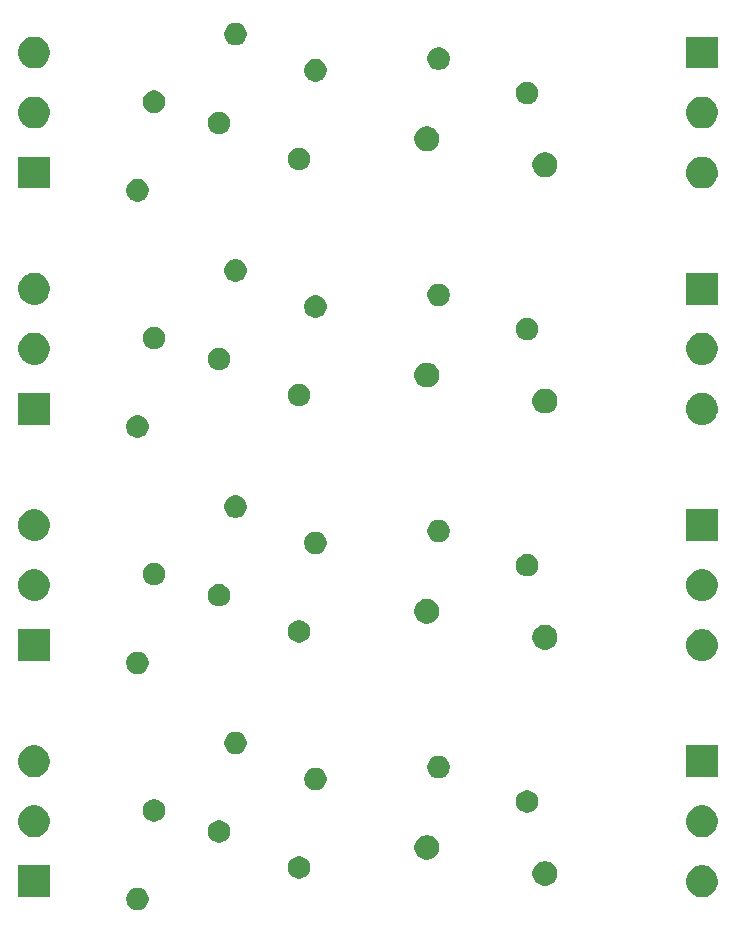
<source format=gbr>
G04 #@! TF.GenerationSoftware,KiCad,Pcbnew,5.1.5+dfsg1-2build2*
G04 #@! TF.CreationDate,2021-09-07T20:18:59-05:00*
G04 #@! TF.ProjectId,,58585858-5858-4585-9858-585858585858,rev?*
G04 #@! TF.SameCoordinates,Original*
G04 #@! TF.FileFunction,Soldermask,Bot*
G04 #@! TF.FilePolarity,Negative*
%FSLAX46Y46*%
G04 Gerber Fmt 4.6, Leading zero omitted, Abs format (unit mm)*
G04 Created by KiCad (PCBNEW 5.1.5+dfsg1-2build2) date 2021-09-07 20:18:59*
%MOMM*%
%LPD*%
G04 APERTURE LIST*
%ADD10C,0.100000*%
G04 APERTURE END LIST*
D10*
G36*
X134684395Y-100106546D02*
G01*
X134857466Y-100178234D01*
X134857467Y-100178235D01*
X135013227Y-100282310D01*
X135145690Y-100414773D01*
X135145691Y-100414775D01*
X135249766Y-100570534D01*
X135321454Y-100743605D01*
X135358000Y-100927333D01*
X135358000Y-101114667D01*
X135321454Y-101298395D01*
X135249766Y-101471466D01*
X135249765Y-101471467D01*
X135145690Y-101627227D01*
X135013227Y-101759690D01*
X134934818Y-101812081D01*
X134857466Y-101863766D01*
X134684395Y-101935454D01*
X134500667Y-101972000D01*
X134313333Y-101972000D01*
X134129605Y-101935454D01*
X133956534Y-101863766D01*
X133879182Y-101812081D01*
X133800773Y-101759690D01*
X133668310Y-101627227D01*
X133564235Y-101471467D01*
X133564234Y-101471466D01*
X133492546Y-101298395D01*
X133456000Y-101114667D01*
X133456000Y-100927333D01*
X133492546Y-100743605D01*
X133564234Y-100570534D01*
X133668309Y-100414775D01*
X133668310Y-100414773D01*
X133800773Y-100282310D01*
X133956533Y-100178235D01*
X133956534Y-100178234D01*
X134129605Y-100106546D01*
X134313333Y-100070000D01*
X134500667Y-100070000D01*
X134684395Y-100106546D01*
G37*
G36*
X182601072Y-98215918D02*
G01*
X182725200Y-98267333D01*
X182846939Y-98317759D01*
X182916390Y-98364165D01*
X183068211Y-98465609D01*
X183256391Y-98653789D01*
X183329813Y-98763672D01*
X183361749Y-98811467D01*
X183404242Y-98875063D01*
X183506082Y-99120928D01*
X183558000Y-99381937D01*
X183558000Y-99648063D01*
X183529094Y-99793384D01*
X183506082Y-99909072D01*
X183404241Y-100154939D01*
X183388675Y-100178235D01*
X183256391Y-100376211D01*
X183068211Y-100564391D01*
X183059017Y-100570534D01*
X182846939Y-100712241D01*
X182846938Y-100712242D01*
X182846937Y-100712242D01*
X182601072Y-100814082D01*
X182340063Y-100866000D01*
X182073937Y-100866000D01*
X181812928Y-100814082D01*
X181567063Y-100712242D01*
X181567062Y-100712242D01*
X181567061Y-100712241D01*
X181354983Y-100570534D01*
X181345789Y-100564391D01*
X181157609Y-100376211D01*
X181025325Y-100178235D01*
X181009759Y-100154939D01*
X180907918Y-99909072D01*
X180884906Y-99793384D01*
X180856000Y-99648063D01*
X180856000Y-99381937D01*
X180907918Y-99120928D01*
X181009758Y-98875063D01*
X181052252Y-98811467D01*
X181084187Y-98763672D01*
X181157609Y-98653789D01*
X181345789Y-98465609D01*
X181497610Y-98364165D01*
X181567061Y-98317759D01*
X181688801Y-98267333D01*
X181812928Y-98215918D01*
X182073937Y-98164000D01*
X182340063Y-98164000D01*
X182601072Y-98215918D01*
G37*
G36*
X127008000Y-100866000D02*
G01*
X124306000Y-100866000D01*
X124306000Y-98164000D01*
X127008000Y-98164000D01*
X127008000Y-100866000D01*
G37*
G36*
X169213564Y-97851389D02*
G01*
X169404833Y-97930615D01*
X169404835Y-97930616D01*
X169576973Y-98045635D01*
X169723365Y-98192027D01*
X169838385Y-98364167D01*
X169917611Y-98555436D01*
X169958000Y-98758484D01*
X169958000Y-98965516D01*
X169917611Y-99168564D01*
X169858198Y-99312000D01*
X169838384Y-99359835D01*
X169723365Y-99531973D01*
X169576973Y-99678365D01*
X169404835Y-99793384D01*
X169404834Y-99793385D01*
X169404833Y-99793385D01*
X169213564Y-99872611D01*
X169010516Y-99913000D01*
X168803484Y-99913000D01*
X168600436Y-99872611D01*
X168409167Y-99793385D01*
X168409166Y-99793385D01*
X168409165Y-99793384D01*
X168237027Y-99678365D01*
X168090635Y-99531973D01*
X167975616Y-99359835D01*
X167955802Y-99312000D01*
X167896389Y-99168564D01*
X167856000Y-98965516D01*
X167856000Y-98758484D01*
X167896389Y-98555436D01*
X167975615Y-98364167D01*
X168090635Y-98192027D01*
X168237027Y-98045635D01*
X168409165Y-97930616D01*
X168409167Y-97930615D01*
X168600436Y-97851389D01*
X168803484Y-97811000D01*
X169010516Y-97811000D01*
X169213564Y-97851389D01*
G37*
G36*
X148356395Y-97446546D02*
G01*
X148529466Y-97518234D01*
X148529467Y-97518235D01*
X148685227Y-97622310D01*
X148817690Y-97754773D01*
X148817691Y-97754775D01*
X148921766Y-97910534D01*
X148993454Y-98083605D01*
X149030000Y-98267333D01*
X149030000Y-98454667D01*
X148993454Y-98638395D01*
X148921766Y-98811466D01*
X148921765Y-98811467D01*
X148817690Y-98967227D01*
X148685227Y-99099690D01*
X148653442Y-99120928D01*
X148529466Y-99203766D01*
X148356395Y-99275454D01*
X148172667Y-99312000D01*
X147985333Y-99312000D01*
X147801605Y-99275454D01*
X147628534Y-99203766D01*
X147504558Y-99120928D01*
X147472773Y-99099690D01*
X147340310Y-98967227D01*
X147236235Y-98811467D01*
X147236234Y-98811466D01*
X147164546Y-98638395D01*
X147128000Y-98454667D01*
X147128000Y-98267333D01*
X147164546Y-98083605D01*
X147236234Y-97910534D01*
X147340309Y-97754775D01*
X147340310Y-97754773D01*
X147472773Y-97622310D01*
X147628533Y-97518235D01*
X147628534Y-97518234D01*
X147801605Y-97446546D01*
X147985333Y-97410000D01*
X148172667Y-97410000D01*
X148356395Y-97446546D01*
G37*
G36*
X159213564Y-95651389D02*
G01*
X159404833Y-95730615D01*
X159404835Y-95730616D01*
X159576973Y-95845635D01*
X159723365Y-95992027D01*
X159828095Y-96148766D01*
X159838385Y-96164167D01*
X159917611Y-96355436D01*
X159958000Y-96558484D01*
X159958000Y-96765516D01*
X159917611Y-96968564D01*
X159838385Y-97159833D01*
X159838384Y-97159835D01*
X159723365Y-97331973D01*
X159576973Y-97478365D01*
X159404835Y-97593384D01*
X159404834Y-97593385D01*
X159404833Y-97593385D01*
X159213564Y-97672611D01*
X159010516Y-97713000D01*
X158803484Y-97713000D01*
X158600436Y-97672611D01*
X158409167Y-97593385D01*
X158409166Y-97593385D01*
X158409165Y-97593384D01*
X158237027Y-97478365D01*
X158090635Y-97331973D01*
X157975616Y-97159835D01*
X157975615Y-97159833D01*
X157896389Y-96968564D01*
X157856000Y-96765516D01*
X157856000Y-96558484D01*
X157896389Y-96355436D01*
X157975615Y-96164167D01*
X157985906Y-96148766D01*
X158090635Y-95992027D01*
X158237027Y-95845635D01*
X158409165Y-95730616D01*
X158409167Y-95730615D01*
X158600436Y-95651389D01*
X158803484Y-95611000D01*
X159010516Y-95611000D01*
X159213564Y-95651389D01*
G37*
G36*
X141584395Y-94391546D02*
G01*
X141757466Y-94463234D01*
X141757467Y-94463235D01*
X141913227Y-94567310D01*
X142045690Y-94699773D01*
X142045691Y-94699775D01*
X142149766Y-94855534D01*
X142221454Y-95028605D01*
X142258000Y-95212333D01*
X142258000Y-95399667D01*
X142221454Y-95583395D01*
X142149766Y-95756466D01*
X142149765Y-95756467D01*
X142045690Y-95912227D01*
X141913227Y-96044690D01*
X141834818Y-96097081D01*
X141757466Y-96148766D01*
X141584395Y-96220454D01*
X141400667Y-96257000D01*
X141213333Y-96257000D01*
X141029605Y-96220454D01*
X140856534Y-96148766D01*
X140779182Y-96097081D01*
X140700773Y-96044690D01*
X140568310Y-95912227D01*
X140464235Y-95756467D01*
X140464234Y-95756466D01*
X140392546Y-95583395D01*
X140356000Y-95399667D01*
X140356000Y-95212333D01*
X140392546Y-95028605D01*
X140464234Y-94855534D01*
X140568309Y-94699775D01*
X140568310Y-94699773D01*
X140700773Y-94567310D01*
X140856533Y-94463235D01*
X140856534Y-94463234D01*
X141029605Y-94391546D01*
X141213333Y-94355000D01*
X141400667Y-94355000D01*
X141584395Y-94391546D01*
G37*
G36*
X182601072Y-93135918D02*
G01*
X182795536Y-93216467D01*
X182846939Y-93237759D01*
X182855688Y-93243605D01*
X183068211Y-93385609D01*
X183256391Y-93573789D01*
X183404242Y-93795063D01*
X183506082Y-94040928D01*
X183549597Y-94259690D01*
X183558000Y-94301938D01*
X183558000Y-94568062D01*
X183506082Y-94829072D01*
X183404241Y-95074939D01*
X183256390Y-95296212D01*
X183068212Y-95484390D01*
X182846939Y-95632241D01*
X182846938Y-95632242D01*
X182846937Y-95632242D01*
X182601072Y-95734082D01*
X182340063Y-95786000D01*
X182073937Y-95786000D01*
X181812928Y-95734082D01*
X181567063Y-95632242D01*
X181567062Y-95632242D01*
X181567061Y-95632241D01*
X181345788Y-95484390D01*
X181157610Y-95296212D01*
X181009759Y-95074939D01*
X180907918Y-94829072D01*
X180856000Y-94568062D01*
X180856000Y-94301938D01*
X180864404Y-94259690D01*
X180907918Y-94040928D01*
X181009758Y-93795063D01*
X181157609Y-93573789D01*
X181345789Y-93385609D01*
X181558312Y-93243605D01*
X181567061Y-93237759D01*
X181618465Y-93216467D01*
X181812928Y-93135918D01*
X182073937Y-93084000D01*
X182340063Y-93084000D01*
X182601072Y-93135918D01*
G37*
G36*
X126051072Y-93135918D02*
G01*
X126245536Y-93216467D01*
X126296939Y-93237759D01*
X126305688Y-93243605D01*
X126518211Y-93385609D01*
X126706391Y-93573789D01*
X126854242Y-93795063D01*
X126956082Y-94040928D01*
X126999597Y-94259690D01*
X127008000Y-94301938D01*
X127008000Y-94568062D01*
X126956082Y-94829072D01*
X126854241Y-95074939D01*
X126706390Y-95296212D01*
X126518212Y-95484390D01*
X126296939Y-95632241D01*
X126296938Y-95632242D01*
X126296937Y-95632242D01*
X126051072Y-95734082D01*
X125790063Y-95786000D01*
X125523937Y-95786000D01*
X125262928Y-95734082D01*
X125017063Y-95632242D01*
X125017062Y-95632242D01*
X125017061Y-95632241D01*
X124795788Y-95484390D01*
X124607610Y-95296212D01*
X124459759Y-95074939D01*
X124357918Y-94829072D01*
X124306000Y-94568062D01*
X124306000Y-94301938D01*
X124314404Y-94259690D01*
X124357918Y-94040928D01*
X124459758Y-93795063D01*
X124607609Y-93573789D01*
X124795789Y-93385609D01*
X125008312Y-93243605D01*
X125017061Y-93237759D01*
X125068465Y-93216467D01*
X125262928Y-93135918D01*
X125523937Y-93084000D01*
X125790063Y-93084000D01*
X126051072Y-93135918D01*
G37*
G36*
X136084395Y-92606546D02*
G01*
X136257466Y-92678234D01*
X136257467Y-92678235D01*
X136413227Y-92782310D01*
X136545690Y-92914773D01*
X136545691Y-92914775D01*
X136649766Y-93070534D01*
X136721454Y-93243605D01*
X136758000Y-93427333D01*
X136758000Y-93614667D01*
X136721454Y-93798395D01*
X136649766Y-93971466D01*
X136649765Y-93971467D01*
X136545690Y-94127227D01*
X136413227Y-94259690D01*
X136349998Y-94301938D01*
X136257466Y-94363766D01*
X136084395Y-94435454D01*
X135900667Y-94472000D01*
X135713333Y-94472000D01*
X135529605Y-94435454D01*
X135356534Y-94363766D01*
X135264002Y-94301938D01*
X135200773Y-94259690D01*
X135068310Y-94127227D01*
X134964235Y-93971467D01*
X134964234Y-93971466D01*
X134892546Y-93798395D01*
X134856000Y-93614667D01*
X134856000Y-93427333D01*
X134892546Y-93243605D01*
X134964234Y-93070534D01*
X135068309Y-92914775D01*
X135068310Y-92914773D01*
X135200773Y-92782310D01*
X135356533Y-92678235D01*
X135356534Y-92678234D01*
X135529605Y-92606546D01*
X135713333Y-92570000D01*
X135900667Y-92570000D01*
X136084395Y-92606546D01*
G37*
G36*
X167684395Y-91851546D02*
G01*
X167857466Y-91923234D01*
X167857467Y-91923235D01*
X168013227Y-92027310D01*
X168145690Y-92159773D01*
X168145691Y-92159775D01*
X168249766Y-92315534D01*
X168321454Y-92488605D01*
X168358000Y-92672333D01*
X168358000Y-92859667D01*
X168321454Y-93043395D01*
X168249766Y-93216466D01*
X168249765Y-93216467D01*
X168145690Y-93372227D01*
X168013227Y-93504690D01*
X167934818Y-93557081D01*
X167857466Y-93608766D01*
X167684395Y-93680454D01*
X167500667Y-93717000D01*
X167313333Y-93717000D01*
X167129605Y-93680454D01*
X166956534Y-93608766D01*
X166879182Y-93557081D01*
X166800773Y-93504690D01*
X166668310Y-93372227D01*
X166564235Y-93216467D01*
X166564234Y-93216466D01*
X166492546Y-93043395D01*
X166456000Y-92859667D01*
X166456000Y-92672333D01*
X166492546Y-92488605D01*
X166564234Y-92315534D01*
X166668309Y-92159775D01*
X166668310Y-92159773D01*
X166800773Y-92027310D01*
X166956533Y-91923235D01*
X166956534Y-91923234D01*
X167129605Y-91851546D01*
X167313333Y-91815000D01*
X167500667Y-91815000D01*
X167684395Y-91851546D01*
G37*
G36*
X149756395Y-89946546D02*
G01*
X149929466Y-90018234D01*
X149929467Y-90018235D01*
X150085227Y-90122310D01*
X150217690Y-90254773D01*
X150217691Y-90254775D01*
X150321766Y-90410534D01*
X150393454Y-90583605D01*
X150430000Y-90767333D01*
X150430000Y-90954667D01*
X150393454Y-91138395D01*
X150321766Y-91311466D01*
X150321765Y-91311467D01*
X150217690Y-91467227D01*
X150085227Y-91599690D01*
X150006818Y-91652081D01*
X149929466Y-91703766D01*
X149756395Y-91775454D01*
X149572667Y-91812000D01*
X149385333Y-91812000D01*
X149201605Y-91775454D01*
X149028534Y-91703766D01*
X148951182Y-91652081D01*
X148872773Y-91599690D01*
X148740310Y-91467227D01*
X148636235Y-91311467D01*
X148636234Y-91311466D01*
X148564546Y-91138395D01*
X148528000Y-90954667D01*
X148528000Y-90767333D01*
X148564546Y-90583605D01*
X148636234Y-90410534D01*
X148740309Y-90254775D01*
X148740310Y-90254773D01*
X148872773Y-90122310D01*
X149028533Y-90018235D01*
X149028534Y-90018234D01*
X149201605Y-89946546D01*
X149385333Y-89910000D01*
X149572667Y-89910000D01*
X149756395Y-89946546D01*
G37*
G36*
X160184395Y-88951546D02*
G01*
X160357466Y-89023234D01*
X160357467Y-89023235D01*
X160513227Y-89127310D01*
X160645690Y-89259773D01*
X160645691Y-89259775D01*
X160749766Y-89415534D01*
X160821454Y-89588605D01*
X160858000Y-89772333D01*
X160858000Y-89959667D01*
X160821454Y-90143395D01*
X160749766Y-90316466D01*
X160749765Y-90316467D01*
X160645690Y-90472227D01*
X160513227Y-90604690D01*
X160439306Y-90654082D01*
X160357466Y-90708766D01*
X160184395Y-90780454D01*
X160000667Y-90817000D01*
X159813333Y-90817000D01*
X159629605Y-90780454D01*
X159456534Y-90708766D01*
X159374694Y-90654082D01*
X159300773Y-90604690D01*
X159168310Y-90472227D01*
X159064235Y-90316467D01*
X159064234Y-90316466D01*
X158992546Y-90143395D01*
X158956000Y-89959667D01*
X158956000Y-89772333D01*
X158992546Y-89588605D01*
X159064234Y-89415534D01*
X159168309Y-89259775D01*
X159168310Y-89259773D01*
X159300773Y-89127310D01*
X159456533Y-89023235D01*
X159456534Y-89023234D01*
X159629605Y-88951546D01*
X159813333Y-88915000D01*
X160000667Y-88915000D01*
X160184395Y-88951546D01*
G37*
G36*
X126051072Y-88055918D02*
G01*
X126296939Y-88157759D01*
X126408328Y-88232187D01*
X126518211Y-88305609D01*
X126706391Y-88493789D01*
X126854242Y-88715063D01*
X126856475Y-88720454D01*
X126956082Y-88960928D01*
X127008000Y-89221938D01*
X127008000Y-89488062D01*
X126956082Y-89749072D01*
X126854241Y-89994939D01*
X126838675Y-90018235D01*
X126706391Y-90216211D01*
X126518211Y-90404391D01*
X126509017Y-90410534D01*
X126296939Y-90552241D01*
X126296938Y-90552242D01*
X126296937Y-90552242D01*
X126051072Y-90654082D01*
X125790063Y-90706000D01*
X125523937Y-90706000D01*
X125262928Y-90654082D01*
X125017063Y-90552242D01*
X125017062Y-90552242D01*
X125017061Y-90552241D01*
X124804983Y-90410534D01*
X124795789Y-90404391D01*
X124607609Y-90216211D01*
X124475325Y-90018235D01*
X124459759Y-89994939D01*
X124357918Y-89749072D01*
X124306000Y-89488062D01*
X124306000Y-89221938D01*
X124357918Y-88960928D01*
X124457525Y-88720454D01*
X124459758Y-88715063D01*
X124607609Y-88493789D01*
X124795789Y-88305609D01*
X124905672Y-88232187D01*
X125017061Y-88157759D01*
X125262928Y-88055918D01*
X125523937Y-88004000D01*
X125790063Y-88004000D01*
X126051072Y-88055918D01*
G37*
G36*
X183558000Y-90706000D02*
G01*
X180856000Y-90706000D01*
X180856000Y-88004000D01*
X183558000Y-88004000D01*
X183558000Y-90706000D01*
G37*
G36*
X142984395Y-86891546D02*
G01*
X143157466Y-86963234D01*
X143157467Y-86963235D01*
X143313227Y-87067310D01*
X143445690Y-87199773D01*
X143445691Y-87199775D01*
X143549766Y-87355534D01*
X143621454Y-87528605D01*
X143658000Y-87712333D01*
X143658000Y-87899667D01*
X143621454Y-88083395D01*
X143549766Y-88256466D01*
X143549765Y-88256467D01*
X143445690Y-88412227D01*
X143313227Y-88544690D01*
X143234818Y-88597081D01*
X143157466Y-88648766D01*
X142984395Y-88720454D01*
X142800667Y-88757000D01*
X142613333Y-88757000D01*
X142429605Y-88720454D01*
X142256534Y-88648766D01*
X142179182Y-88597081D01*
X142100773Y-88544690D01*
X141968310Y-88412227D01*
X141864235Y-88256467D01*
X141864234Y-88256466D01*
X141792546Y-88083395D01*
X141756000Y-87899667D01*
X141756000Y-87712333D01*
X141792546Y-87528605D01*
X141864234Y-87355534D01*
X141968309Y-87199775D01*
X141968310Y-87199773D01*
X142100773Y-87067310D01*
X142256533Y-86963235D01*
X142256534Y-86963234D01*
X142429605Y-86891546D01*
X142613333Y-86855000D01*
X142800667Y-86855000D01*
X142984395Y-86891546D01*
G37*
G36*
X134684395Y-80106546D02*
G01*
X134857466Y-80178234D01*
X134857467Y-80178235D01*
X135013227Y-80282310D01*
X135145690Y-80414773D01*
X135145691Y-80414775D01*
X135249766Y-80570534D01*
X135321454Y-80743605D01*
X135358000Y-80927333D01*
X135358000Y-81114667D01*
X135321454Y-81298395D01*
X135249766Y-81471466D01*
X135249765Y-81471467D01*
X135145690Y-81627227D01*
X135013227Y-81759690D01*
X134934818Y-81812081D01*
X134857466Y-81863766D01*
X134684395Y-81935454D01*
X134500667Y-81972000D01*
X134313333Y-81972000D01*
X134129605Y-81935454D01*
X133956534Y-81863766D01*
X133879182Y-81812081D01*
X133800773Y-81759690D01*
X133668310Y-81627227D01*
X133564235Y-81471467D01*
X133564234Y-81471466D01*
X133492546Y-81298395D01*
X133456000Y-81114667D01*
X133456000Y-80927333D01*
X133492546Y-80743605D01*
X133564234Y-80570534D01*
X133668309Y-80414775D01*
X133668310Y-80414773D01*
X133800773Y-80282310D01*
X133956533Y-80178235D01*
X133956534Y-80178234D01*
X134129605Y-80106546D01*
X134313333Y-80070000D01*
X134500667Y-80070000D01*
X134684395Y-80106546D01*
G37*
G36*
X127008000Y-80866000D02*
G01*
X124306000Y-80866000D01*
X124306000Y-78164000D01*
X127008000Y-78164000D01*
X127008000Y-80866000D01*
G37*
G36*
X182601072Y-78215918D02*
G01*
X182725200Y-78267333D01*
X182846939Y-78317759D01*
X182916390Y-78364165D01*
X183068211Y-78465609D01*
X183256391Y-78653789D01*
X183329813Y-78763672D01*
X183361749Y-78811467D01*
X183404242Y-78875063D01*
X183506082Y-79120928D01*
X183558000Y-79381937D01*
X183558000Y-79648063D01*
X183529094Y-79793384D01*
X183506082Y-79909072D01*
X183404241Y-80154939D01*
X183388675Y-80178235D01*
X183256391Y-80376211D01*
X183068211Y-80564391D01*
X183059017Y-80570534D01*
X182846939Y-80712241D01*
X182846938Y-80712242D01*
X182846937Y-80712242D01*
X182601072Y-80814082D01*
X182340063Y-80866000D01*
X182073937Y-80866000D01*
X181812928Y-80814082D01*
X181567063Y-80712242D01*
X181567062Y-80712242D01*
X181567061Y-80712241D01*
X181354983Y-80570534D01*
X181345789Y-80564391D01*
X181157609Y-80376211D01*
X181025325Y-80178235D01*
X181009759Y-80154939D01*
X180907918Y-79909072D01*
X180884906Y-79793384D01*
X180856000Y-79648063D01*
X180856000Y-79381937D01*
X180907918Y-79120928D01*
X181009758Y-78875063D01*
X181052252Y-78811467D01*
X181084187Y-78763672D01*
X181157609Y-78653789D01*
X181345789Y-78465609D01*
X181497610Y-78364165D01*
X181567061Y-78317759D01*
X181688801Y-78267333D01*
X181812928Y-78215918D01*
X182073937Y-78164000D01*
X182340063Y-78164000D01*
X182601072Y-78215918D01*
G37*
G36*
X169213564Y-77851389D02*
G01*
X169404833Y-77930615D01*
X169404835Y-77930616D01*
X169576973Y-78045635D01*
X169723365Y-78192027D01*
X169838385Y-78364167D01*
X169917611Y-78555436D01*
X169958000Y-78758484D01*
X169958000Y-78965516D01*
X169917611Y-79168564D01*
X169858198Y-79312000D01*
X169838384Y-79359835D01*
X169723365Y-79531973D01*
X169576973Y-79678365D01*
X169404835Y-79793384D01*
X169404834Y-79793385D01*
X169404833Y-79793385D01*
X169213564Y-79872611D01*
X169010516Y-79913000D01*
X168803484Y-79913000D01*
X168600436Y-79872611D01*
X168409167Y-79793385D01*
X168409166Y-79793385D01*
X168409165Y-79793384D01*
X168237027Y-79678365D01*
X168090635Y-79531973D01*
X167975616Y-79359835D01*
X167955802Y-79312000D01*
X167896389Y-79168564D01*
X167856000Y-78965516D01*
X167856000Y-78758484D01*
X167896389Y-78555436D01*
X167975615Y-78364167D01*
X168090635Y-78192027D01*
X168237027Y-78045635D01*
X168409165Y-77930616D01*
X168409167Y-77930615D01*
X168600436Y-77851389D01*
X168803484Y-77811000D01*
X169010516Y-77811000D01*
X169213564Y-77851389D01*
G37*
G36*
X148356395Y-77446546D02*
G01*
X148529466Y-77518234D01*
X148529467Y-77518235D01*
X148685227Y-77622310D01*
X148817690Y-77754773D01*
X148817691Y-77754775D01*
X148921766Y-77910534D01*
X148993454Y-78083605D01*
X149030000Y-78267333D01*
X149030000Y-78454667D01*
X148993454Y-78638395D01*
X148921766Y-78811466D01*
X148921765Y-78811467D01*
X148817690Y-78967227D01*
X148685227Y-79099690D01*
X148653442Y-79120928D01*
X148529466Y-79203766D01*
X148356395Y-79275454D01*
X148172667Y-79312000D01*
X147985333Y-79312000D01*
X147801605Y-79275454D01*
X147628534Y-79203766D01*
X147504558Y-79120928D01*
X147472773Y-79099690D01*
X147340310Y-78967227D01*
X147236235Y-78811467D01*
X147236234Y-78811466D01*
X147164546Y-78638395D01*
X147128000Y-78454667D01*
X147128000Y-78267333D01*
X147164546Y-78083605D01*
X147236234Y-77910534D01*
X147340309Y-77754775D01*
X147340310Y-77754773D01*
X147472773Y-77622310D01*
X147628533Y-77518235D01*
X147628534Y-77518234D01*
X147801605Y-77446546D01*
X147985333Y-77410000D01*
X148172667Y-77410000D01*
X148356395Y-77446546D01*
G37*
G36*
X159213564Y-75651389D02*
G01*
X159404833Y-75730615D01*
X159404835Y-75730616D01*
X159576973Y-75845635D01*
X159723365Y-75992027D01*
X159828095Y-76148766D01*
X159838385Y-76164167D01*
X159917611Y-76355436D01*
X159958000Y-76558484D01*
X159958000Y-76765516D01*
X159917611Y-76968564D01*
X159838385Y-77159833D01*
X159838384Y-77159835D01*
X159723365Y-77331973D01*
X159576973Y-77478365D01*
X159404835Y-77593384D01*
X159404834Y-77593385D01*
X159404833Y-77593385D01*
X159213564Y-77672611D01*
X159010516Y-77713000D01*
X158803484Y-77713000D01*
X158600436Y-77672611D01*
X158409167Y-77593385D01*
X158409166Y-77593385D01*
X158409165Y-77593384D01*
X158237027Y-77478365D01*
X158090635Y-77331973D01*
X157975616Y-77159835D01*
X157975615Y-77159833D01*
X157896389Y-76968564D01*
X157856000Y-76765516D01*
X157856000Y-76558484D01*
X157896389Y-76355436D01*
X157975615Y-76164167D01*
X157985906Y-76148766D01*
X158090635Y-75992027D01*
X158237027Y-75845635D01*
X158409165Y-75730616D01*
X158409167Y-75730615D01*
X158600436Y-75651389D01*
X158803484Y-75611000D01*
X159010516Y-75611000D01*
X159213564Y-75651389D01*
G37*
G36*
X141584395Y-74391546D02*
G01*
X141757466Y-74463234D01*
X141757467Y-74463235D01*
X141913227Y-74567310D01*
X142045690Y-74699773D01*
X142045691Y-74699775D01*
X142149766Y-74855534D01*
X142221454Y-75028605D01*
X142258000Y-75212333D01*
X142258000Y-75399667D01*
X142221454Y-75583395D01*
X142149766Y-75756466D01*
X142149765Y-75756467D01*
X142045690Y-75912227D01*
X141913227Y-76044690D01*
X141834818Y-76097081D01*
X141757466Y-76148766D01*
X141584395Y-76220454D01*
X141400667Y-76257000D01*
X141213333Y-76257000D01*
X141029605Y-76220454D01*
X140856534Y-76148766D01*
X140779182Y-76097081D01*
X140700773Y-76044690D01*
X140568310Y-75912227D01*
X140464235Y-75756467D01*
X140464234Y-75756466D01*
X140392546Y-75583395D01*
X140356000Y-75399667D01*
X140356000Y-75212333D01*
X140392546Y-75028605D01*
X140464234Y-74855534D01*
X140568309Y-74699775D01*
X140568310Y-74699773D01*
X140700773Y-74567310D01*
X140856533Y-74463235D01*
X140856534Y-74463234D01*
X141029605Y-74391546D01*
X141213333Y-74355000D01*
X141400667Y-74355000D01*
X141584395Y-74391546D01*
G37*
G36*
X182601072Y-73135918D02*
G01*
X182795536Y-73216467D01*
X182846939Y-73237759D01*
X182855688Y-73243605D01*
X183068211Y-73385609D01*
X183256391Y-73573789D01*
X183404242Y-73795063D01*
X183506082Y-74040928D01*
X183549597Y-74259690D01*
X183558000Y-74301938D01*
X183558000Y-74568062D01*
X183506082Y-74829072D01*
X183404241Y-75074939D01*
X183256390Y-75296212D01*
X183068212Y-75484390D01*
X182846939Y-75632241D01*
X182846938Y-75632242D01*
X182846937Y-75632242D01*
X182601072Y-75734082D01*
X182340063Y-75786000D01*
X182073937Y-75786000D01*
X181812928Y-75734082D01*
X181567063Y-75632242D01*
X181567062Y-75632242D01*
X181567061Y-75632241D01*
X181345788Y-75484390D01*
X181157610Y-75296212D01*
X181009759Y-75074939D01*
X180907918Y-74829072D01*
X180856000Y-74568062D01*
X180856000Y-74301938D01*
X180864404Y-74259690D01*
X180907918Y-74040928D01*
X181009758Y-73795063D01*
X181157609Y-73573789D01*
X181345789Y-73385609D01*
X181558312Y-73243605D01*
X181567061Y-73237759D01*
X181618465Y-73216467D01*
X181812928Y-73135918D01*
X182073937Y-73084000D01*
X182340063Y-73084000D01*
X182601072Y-73135918D01*
G37*
G36*
X126051072Y-73135918D02*
G01*
X126245536Y-73216467D01*
X126296939Y-73237759D01*
X126305688Y-73243605D01*
X126518211Y-73385609D01*
X126706391Y-73573789D01*
X126854242Y-73795063D01*
X126956082Y-74040928D01*
X126999597Y-74259690D01*
X127008000Y-74301938D01*
X127008000Y-74568062D01*
X126956082Y-74829072D01*
X126854241Y-75074939D01*
X126706390Y-75296212D01*
X126518212Y-75484390D01*
X126296939Y-75632241D01*
X126296938Y-75632242D01*
X126296937Y-75632242D01*
X126051072Y-75734082D01*
X125790063Y-75786000D01*
X125523937Y-75786000D01*
X125262928Y-75734082D01*
X125017063Y-75632242D01*
X125017062Y-75632242D01*
X125017061Y-75632241D01*
X124795788Y-75484390D01*
X124607610Y-75296212D01*
X124459759Y-75074939D01*
X124357918Y-74829072D01*
X124306000Y-74568062D01*
X124306000Y-74301938D01*
X124314404Y-74259690D01*
X124357918Y-74040928D01*
X124459758Y-73795063D01*
X124607609Y-73573789D01*
X124795789Y-73385609D01*
X125008312Y-73243605D01*
X125017061Y-73237759D01*
X125068465Y-73216467D01*
X125262928Y-73135918D01*
X125523937Y-73084000D01*
X125790063Y-73084000D01*
X126051072Y-73135918D01*
G37*
G36*
X136084395Y-72606546D02*
G01*
X136257466Y-72678234D01*
X136257467Y-72678235D01*
X136413227Y-72782310D01*
X136545690Y-72914773D01*
X136545691Y-72914775D01*
X136649766Y-73070534D01*
X136721454Y-73243605D01*
X136758000Y-73427333D01*
X136758000Y-73614667D01*
X136721454Y-73798395D01*
X136649766Y-73971466D01*
X136649765Y-73971467D01*
X136545690Y-74127227D01*
X136413227Y-74259690D01*
X136349998Y-74301938D01*
X136257466Y-74363766D01*
X136084395Y-74435454D01*
X135900667Y-74472000D01*
X135713333Y-74472000D01*
X135529605Y-74435454D01*
X135356534Y-74363766D01*
X135264002Y-74301938D01*
X135200773Y-74259690D01*
X135068310Y-74127227D01*
X134964235Y-73971467D01*
X134964234Y-73971466D01*
X134892546Y-73798395D01*
X134856000Y-73614667D01*
X134856000Y-73427333D01*
X134892546Y-73243605D01*
X134964234Y-73070534D01*
X135068309Y-72914775D01*
X135068310Y-72914773D01*
X135200773Y-72782310D01*
X135356533Y-72678235D01*
X135356534Y-72678234D01*
X135529605Y-72606546D01*
X135713333Y-72570000D01*
X135900667Y-72570000D01*
X136084395Y-72606546D01*
G37*
G36*
X167684395Y-71851546D02*
G01*
X167857466Y-71923234D01*
X167857467Y-71923235D01*
X168013227Y-72027310D01*
X168145690Y-72159773D01*
X168145691Y-72159775D01*
X168249766Y-72315534D01*
X168321454Y-72488605D01*
X168358000Y-72672333D01*
X168358000Y-72859667D01*
X168321454Y-73043395D01*
X168249766Y-73216466D01*
X168249765Y-73216467D01*
X168145690Y-73372227D01*
X168013227Y-73504690D01*
X167934818Y-73557081D01*
X167857466Y-73608766D01*
X167684395Y-73680454D01*
X167500667Y-73717000D01*
X167313333Y-73717000D01*
X167129605Y-73680454D01*
X166956534Y-73608766D01*
X166879182Y-73557081D01*
X166800773Y-73504690D01*
X166668310Y-73372227D01*
X166564235Y-73216467D01*
X166564234Y-73216466D01*
X166492546Y-73043395D01*
X166456000Y-72859667D01*
X166456000Y-72672333D01*
X166492546Y-72488605D01*
X166564234Y-72315534D01*
X166668309Y-72159775D01*
X166668310Y-72159773D01*
X166800773Y-72027310D01*
X166956533Y-71923235D01*
X166956534Y-71923234D01*
X167129605Y-71851546D01*
X167313333Y-71815000D01*
X167500667Y-71815000D01*
X167684395Y-71851546D01*
G37*
G36*
X149756395Y-69946546D02*
G01*
X149929466Y-70018234D01*
X149929467Y-70018235D01*
X150085227Y-70122310D01*
X150217690Y-70254773D01*
X150217691Y-70254775D01*
X150321766Y-70410534D01*
X150393454Y-70583605D01*
X150430000Y-70767333D01*
X150430000Y-70954667D01*
X150393454Y-71138395D01*
X150321766Y-71311466D01*
X150321765Y-71311467D01*
X150217690Y-71467227D01*
X150085227Y-71599690D01*
X150006818Y-71652081D01*
X149929466Y-71703766D01*
X149756395Y-71775454D01*
X149572667Y-71812000D01*
X149385333Y-71812000D01*
X149201605Y-71775454D01*
X149028534Y-71703766D01*
X148951182Y-71652081D01*
X148872773Y-71599690D01*
X148740310Y-71467227D01*
X148636235Y-71311467D01*
X148636234Y-71311466D01*
X148564546Y-71138395D01*
X148528000Y-70954667D01*
X148528000Y-70767333D01*
X148564546Y-70583605D01*
X148636234Y-70410534D01*
X148740309Y-70254775D01*
X148740310Y-70254773D01*
X148872773Y-70122310D01*
X149028533Y-70018235D01*
X149028534Y-70018234D01*
X149201605Y-69946546D01*
X149385333Y-69910000D01*
X149572667Y-69910000D01*
X149756395Y-69946546D01*
G37*
G36*
X160184395Y-68951546D02*
G01*
X160357466Y-69023234D01*
X160357467Y-69023235D01*
X160513227Y-69127310D01*
X160645690Y-69259773D01*
X160645691Y-69259775D01*
X160749766Y-69415534D01*
X160821454Y-69588605D01*
X160858000Y-69772333D01*
X160858000Y-69959667D01*
X160821454Y-70143395D01*
X160749766Y-70316466D01*
X160749765Y-70316467D01*
X160645690Y-70472227D01*
X160513227Y-70604690D01*
X160439306Y-70654082D01*
X160357466Y-70708766D01*
X160184395Y-70780454D01*
X160000667Y-70817000D01*
X159813333Y-70817000D01*
X159629605Y-70780454D01*
X159456534Y-70708766D01*
X159374694Y-70654082D01*
X159300773Y-70604690D01*
X159168310Y-70472227D01*
X159064235Y-70316467D01*
X159064234Y-70316466D01*
X158992546Y-70143395D01*
X158956000Y-69959667D01*
X158956000Y-69772333D01*
X158992546Y-69588605D01*
X159064234Y-69415534D01*
X159168309Y-69259775D01*
X159168310Y-69259773D01*
X159300773Y-69127310D01*
X159456533Y-69023235D01*
X159456534Y-69023234D01*
X159629605Y-68951546D01*
X159813333Y-68915000D01*
X160000667Y-68915000D01*
X160184395Y-68951546D01*
G37*
G36*
X183558000Y-70706000D02*
G01*
X180856000Y-70706000D01*
X180856000Y-68004000D01*
X183558000Y-68004000D01*
X183558000Y-70706000D01*
G37*
G36*
X126051072Y-68055918D02*
G01*
X126296939Y-68157759D01*
X126408328Y-68232187D01*
X126518211Y-68305609D01*
X126706391Y-68493789D01*
X126854242Y-68715063D01*
X126856475Y-68720454D01*
X126956082Y-68960928D01*
X127008000Y-69221938D01*
X127008000Y-69488062D01*
X126956082Y-69749072D01*
X126854241Y-69994939D01*
X126838675Y-70018235D01*
X126706391Y-70216211D01*
X126518211Y-70404391D01*
X126509017Y-70410534D01*
X126296939Y-70552241D01*
X126296938Y-70552242D01*
X126296937Y-70552242D01*
X126051072Y-70654082D01*
X125790063Y-70706000D01*
X125523937Y-70706000D01*
X125262928Y-70654082D01*
X125017063Y-70552242D01*
X125017062Y-70552242D01*
X125017061Y-70552241D01*
X124804983Y-70410534D01*
X124795789Y-70404391D01*
X124607609Y-70216211D01*
X124475325Y-70018235D01*
X124459759Y-69994939D01*
X124357918Y-69749072D01*
X124306000Y-69488062D01*
X124306000Y-69221938D01*
X124357918Y-68960928D01*
X124457525Y-68720454D01*
X124459758Y-68715063D01*
X124607609Y-68493789D01*
X124795789Y-68305609D01*
X124905672Y-68232187D01*
X125017061Y-68157759D01*
X125262928Y-68055918D01*
X125523937Y-68004000D01*
X125790063Y-68004000D01*
X126051072Y-68055918D01*
G37*
G36*
X142984395Y-66891546D02*
G01*
X143157466Y-66963234D01*
X143157467Y-66963235D01*
X143313227Y-67067310D01*
X143445690Y-67199773D01*
X143445691Y-67199775D01*
X143549766Y-67355534D01*
X143621454Y-67528605D01*
X143658000Y-67712333D01*
X143658000Y-67899667D01*
X143621454Y-68083395D01*
X143549766Y-68256466D01*
X143549765Y-68256467D01*
X143445690Y-68412227D01*
X143313227Y-68544690D01*
X143234818Y-68597081D01*
X143157466Y-68648766D01*
X142984395Y-68720454D01*
X142800667Y-68757000D01*
X142613333Y-68757000D01*
X142429605Y-68720454D01*
X142256534Y-68648766D01*
X142179182Y-68597081D01*
X142100773Y-68544690D01*
X141968310Y-68412227D01*
X141864235Y-68256467D01*
X141864234Y-68256466D01*
X141792546Y-68083395D01*
X141756000Y-67899667D01*
X141756000Y-67712333D01*
X141792546Y-67528605D01*
X141864234Y-67355534D01*
X141968309Y-67199775D01*
X141968310Y-67199773D01*
X142100773Y-67067310D01*
X142256533Y-66963235D01*
X142256534Y-66963234D01*
X142429605Y-66891546D01*
X142613333Y-66855000D01*
X142800667Y-66855000D01*
X142984395Y-66891546D01*
G37*
G36*
X134684395Y-60106546D02*
G01*
X134857466Y-60178234D01*
X134857467Y-60178235D01*
X135013227Y-60282310D01*
X135145690Y-60414773D01*
X135145691Y-60414775D01*
X135249766Y-60570534D01*
X135321454Y-60743605D01*
X135358000Y-60927333D01*
X135358000Y-61114667D01*
X135321454Y-61298395D01*
X135249766Y-61471466D01*
X135249765Y-61471467D01*
X135145690Y-61627227D01*
X135013227Y-61759690D01*
X134934818Y-61812081D01*
X134857466Y-61863766D01*
X134684395Y-61935454D01*
X134500667Y-61972000D01*
X134313333Y-61972000D01*
X134129605Y-61935454D01*
X133956534Y-61863766D01*
X133879182Y-61812081D01*
X133800773Y-61759690D01*
X133668310Y-61627227D01*
X133564235Y-61471467D01*
X133564234Y-61471466D01*
X133492546Y-61298395D01*
X133456000Y-61114667D01*
X133456000Y-60927333D01*
X133492546Y-60743605D01*
X133564234Y-60570534D01*
X133668309Y-60414775D01*
X133668310Y-60414773D01*
X133800773Y-60282310D01*
X133956533Y-60178235D01*
X133956534Y-60178234D01*
X134129605Y-60106546D01*
X134313333Y-60070000D01*
X134500667Y-60070000D01*
X134684395Y-60106546D01*
G37*
G36*
X127008000Y-60866000D02*
G01*
X124306000Y-60866000D01*
X124306000Y-58164000D01*
X127008000Y-58164000D01*
X127008000Y-60866000D01*
G37*
G36*
X182601072Y-58215918D02*
G01*
X182725200Y-58267333D01*
X182846939Y-58317759D01*
X182916390Y-58364165D01*
X183068211Y-58465609D01*
X183256391Y-58653789D01*
X183329813Y-58763672D01*
X183361749Y-58811467D01*
X183404242Y-58875063D01*
X183506082Y-59120928D01*
X183558000Y-59381937D01*
X183558000Y-59648063D01*
X183529094Y-59793384D01*
X183506082Y-59909072D01*
X183404241Y-60154939D01*
X183388675Y-60178235D01*
X183256391Y-60376211D01*
X183068211Y-60564391D01*
X183059017Y-60570534D01*
X182846939Y-60712241D01*
X182846938Y-60712242D01*
X182846937Y-60712242D01*
X182601072Y-60814082D01*
X182340063Y-60866000D01*
X182073937Y-60866000D01*
X181812928Y-60814082D01*
X181567063Y-60712242D01*
X181567062Y-60712242D01*
X181567061Y-60712241D01*
X181354983Y-60570534D01*
X181345789Y-60564391D01*
X181157609Y-60376211D01*
X181025325Y-60178235D01*
X181009759Y-60154939D01*
X180907918Y-59909072D01*
X180884906Y-59793384D01*
X180856000Y-59648063D01*
X180856000Y-59381937D01*
X180907918Y-59120928D01*
X181009758Y-58875063D01*
X181052252Y-58811467D01*
X181084187Y-58763672D01*
X181157609Y-58653789D01*
X181345789Y-58465609D01*
X181497610Y-58364165D01*
X181567061Y-58317759D01*
X181688801Y-58267333D01*
X181812928Y-58215918D01*
X182073937Y-58164000D01*
X182340063Y-58164000D01*
X182601072Y-58215918D01*
G37*
G36*
X169213564Y-57851389D02*
G01*
X169404833Y-57930615D01*
X169404835Y-57930616D01*
X169576973Y-58045635D01*
X169723365Y-58192027D01*
X169838385Y-58364167D01*
X169917611Y-58555436D01*
X169958000Y-58758484D01*
X169958000Y-58965516D01*
X169917611Y-59168564D01*
X169858198Y-59312000D01*
X169838384Y-59359835D01*
X169723365Y-59531973D01*
X169576973Y-59678365D01*
X169404835Y-59793384D01*
X169404834Y-59793385D01*
X169404833Y-59793385D01*
X169213564Y-59872611D01*
X169010516Y-59913000D01*
X168803484Y-59913000D01*
X168600436Y-59872611D01*
X168409167Y-59793385D01*
X168409166Y-59793385D01*
X168409165Y-59793384D01*
X168237027Y-59678365D01*
X168090635Y-59531973D01*
X167975616Y-59359835D01*
X167955802Y-59312000D01*
X167896389Y-59168564D01*
X167856000Y-58965516D01*
X167856000Y-58758484D01*
X167896389Y-58555436D01*
X167975615Y-58364167D01*
X168090635Y-58192027D01*
X168237027Y-58045635D01*
X168409165Y-57930616D01*
X168409167Y-57930615D01*
X168600436Y-57851389D01*
X168803484Y-57811000D01*
X169010516Y-57811000D01*
X169213564Y-57851389D01*
G37*
G36*
X148356395Y-57446546D02*
G01*
X148529466Y-57518234D01*
X148529467Y-57518235D01*
X148685227Y-57622310D01*
X148817690Y-57754773D01*
X148817691Y-57754775D01*
X148921766Y-57910534D01*
X148993454Y-58083605D01*
X149030000Y-58267333D01*
X149030000Y-58454667D01*
X148993454Y-58638395D01*
X148921766Y-58811466D01*
X148921765Y-58811467D01*
X148817690Y-58967227D01*
X148685227Y-59099690D01*
X148653442Y-59120928D01*
X148529466Y-59203766D01*
X148356395Y-59275454D01*
X148172667Y-59312000D01*
X147985333Y-59312000D01*
X147801605Y-59275454D01*
X147628534Y-59203766D01*
X147504558Y-59120928D01*
X147472773Y-59099690D01*
X147340310Y-58967227D01*
X147236235Y-58811467D01*
X147236234Y-58811466D01*
X147164546Y-58638395D01*
X147128000Y-58454667D01*
X147128000Y-58267333D01*
X147164546Y-58083605D01*
X147236234Y-57910534D01*
X147340309Y-57754775D01*
X147340310Y-57754773D01*
X147472773Y-57622310D01*
X147628533Y-57518235D01*
X147628534Y-57518234D01*
X147801605Y-57446546D01*
X147985333Y-57410000D01*
X148172667Y-57410000D01*
X148356395Y-57446546D01*
G37*
G36*
X159213564Y-55651389D02*
G01*
X159404833Y-55730615D01*
X159404835Y-55730616D01*
X159576973Y-55845635D01*
X159723365Y-55992027D01*
X159828095Y-56148766D01*
X159838385Y-56164167D01*
X159917611Y-56355436D01*
X159958000Y-56558484D01*
X159958000Y-56765516D01*
X159917611Y-56968564D01*
X159838385Y-57159833D01*
X159838384Y-57159835D01*
X159723365Y-57331973D01*
X159576973Y-57478365D01*
X159404835Y-57593384D01*
X159404834Y-57593385D01*
X159404833Y-57593385D01*
X159213564Y-57672611D01*
X159010516Y-57713000D01*
X158803484Y-57713000D01*
X158600436Y-57672611D01*
X158409167Y-57593385D01*
X158409166Y-57593385D01*
X158409165Y-57593384D01*
X158237027Y-57478365D01*
X158090635Y-57331973D01*
X157975616Y-57159835D01*
X157975615Y-57159833D01*
X157896389Y-56968564D01*
X157856000Y-56765516D01*
X157856000Y-56558484D01*
X157896389Y-56355436D01*
X157975615Y-56164167D01*
X157985906Y-56148766D01*
X158090635Y-55992027D01*
X158237027Y-55845635D01*
X158409165Y-55730616D01*
X158409167Y-55730615D01*
X158600436Y-55651389D01*
X158803484Y-55611000D01*
X159010516Y-55611000D01*
X159213564Y-55651389D01*
G37*
G36*
X141584395Y-54391546D02*
G01*
X141757466Y-54463234D01*
X141757467Y-54463235D01*
X141913227Y-54567310D01*
X142045690Y-54699773D01*
X142045691Y-54699775D01*
X142149766Y-54855534D01*
X142221454Y-55028605D01*
X142258000Y-55212333D01*
X142258000Y-55399667D01*
X142221454Y-55583395D01*
X142149766Y-55756466D01*
X142149765Y-55756467D01*
X142045690Y-55912227D01*
X141913227Y-56044690D01*
X141834818Y-56097081D01*
X141757466Y-56148766D01*
X141584395Y-56220454D01*
X141400667Y-56257000D01*
X141213333Y-56257000D01*
X141029605Y-56220454D01*
X140856534Y-56148766D01*
X140779182Y-56097081D01*
X140700773Y-56044690D01*
X140568310Y-55912227D01*
X140464235Y-55756467D01*
X140464234Y-55756466D01*
X140392546Y-55583395D01*
X140356000Y-55399667D01*
X140356000Y-55212333D01*
X140392546Y-55028605D01*
X140464234Y-54855534D01*
X140568309Y-54699775D01*
X140568310Y-54699773D01*
X140700773Y-54567310D01*
X140856533Y-54463235D01*
X140856534Y-54463234D01*
X141029605Y-54391546D01*
X141213333Y-54355000D01*
X141400667Y-54355000D01*
X141584395Y-54391546D01*
G37*
G36*
X126051072Y-53135918D02*
G01*
X126245536Y-53216467D01*
X126296939Y-53237759D01*
X126305688Y-53243605D01*
X126518211Y-53385609D01*
X126706391Y-53573789D01*
X126854242Y-53795063D01*
X126956082Y-54040928D01*
X126999597Y-54259690D01*
X127008000Y-54301938D01*
X127008000Y-54568062D01*
X126956082Y-54829072D01*
X126854241Y-55074939D01*
X126706390Y-55296212D01*
X126518212Y-55484390D01*
X126296939Y-55632241D01*
X126296938Y-55632242D01*
X126296937Y-55632242D01*
X126051072Y-55734082D01*
X125790063Y-55786000D01*
X125523937Y-55786000D01*
X125262928Y-55734082D01*
X125017063Y-55632242D01*
X125017062Y-55632242D01*
X125017061Y-55632241D01*
X124795788Y-55484390D01*
X124607610Y-55296212D01*
X124459759Y-55074939D01*
X124357918Y-54829072D01*
X124306000Y-54568062D01*
X124306000Y-54301938D01*
X124314404Y-54259690D01*
X124357918Y-54040928D01*
X124459758Y-53795063D01*
X124607609Y-53573789D01*
X124795789Y-53385609D01*
X125008312Y-53243605D01*
X125017061Y-53237759D01*
X125068465Y-53216467D01*
X125262928Y-53135918D01*
X125523937Y-53084000D01*
X125790063Y-53084000D01*
X126051072Y-53135918D01*
G37*
G36*
X182601072Y-53135918D02*
G01*
X182795536Y-53216467D01*
X182846939Y-53237759D01*
X182855688Y-53243605D01*
X183068211Y-53385609D01*
X183256391Y-53573789D01*
X183404242Y-53795063D01*
X183506082Y-54040928D01*
X183549597Y-54259690D01*
X183558000Y-54301938D01*
X183558000Y-54568062D01*
X183506082Y-54829072D01*
X183404241Y-55074939D01*
X183256390Y-55296212D01*
X183068212Y-55484390D01*
X182846939Y-55632241D01*
X182846938Y-55632242D01*
X182846937Y-55632242D01*
X182601072Y-55734082D01*
X182340063Y-55786000D01*
X182073937Y-55786000D01*
X181812928Y-55734082D01*
X181567063Y-55632242D01*
X181567062Y-55632242D01*
X181567061Y-55632241D01*
X181345788Y-55484390D01*
X181157610Y-55296212D01*
X181009759Y-55074939D01*
X180907918Y-54829072D01*
X180856000Y-54568062D01*
X180856000Y-54301938D01*
X180864404Y-54259690D01*
X180907918Y-54040928D01*
X181009758Y-53795063D01*
X181157609Y-53573789D01*
X181345789Y-53385609D01*
X181558312Y-53243605D01*
X181567061Y-53237759D01*
X181618465Y-53216467D01*
X181812928Y-53135918D01*
X182073937Y-53084000D01*
X182340063Y-53084000D01*
X182601072Y-53135918D01*
G37*
G36*
X136084395Y-52606546D02*
G01*
X136257466Y-52678234D01*
X136257467Y-52678235D01*
X136413227Y-52782310D01*
X136545690Y-52914773D01*
X136545691Y-52914775D01*
X136649766Y-53070534D01*
X136721454Y-53243605D01*
X136758000Y-53427333D01*
X136758000Y-53614667D01*
X136721454Y-53798395D01*
X136649766Y-53971466D01*
X136649765Y-53971467D01*
X136545690Y-54127227D01*
X136413227Y-54259690D01*
X136349998Y-54301938D01*
X136257466Y-54363766D01*
X136084395Y-54435454D01*
X135900667Y-54472000D01*
X135713333Y-54472000D01*
X135529605Y-54435454D01*
X135356534Y-54363766D01*
X135264002Y-54301938D01*
X135200773Y-54259690D01*
X135068310Y-54127227D01*
X134964235Y-53971467D01*
X134964234Y-53971466D01*
X134892546Y-53798395D01*
X134856000Y-53614667D01*
X134856000Y-53427333D01*
X134892546Y-53243605D01*
X134964234Y-53070534D01*
X135068309Y-52914775D01*
X135068310Y-52914773D01*
X135200773Y-52782310D01*
X135356533Y-52678235D01*
X135356534Y-52678234D01*
X135529605Y-52606546D01*
X135713333Y-52570000D01*
X135900667Y-52570000D01*
X136084395Y-52606546D01*
G37*
G36*
X167684395Y-51851546D02*
G01*
X167857466Y-51923234D01*
X167857467Y-51923235D01*
X168013227Y-52027310D01*
X168145690Y-52159773D01*
X168145691Y-52159775D01*
X168249766Y-52315534D01*
X168321454Y-52488605D01*
X168358000Y-52672333D01*
X168358000Y-52859667D01*
X168321454Y-53043395D01*
X168249766Y-53216466D01*
X168249765Y-53216467D01*
X168145690Y-53372227D01*
X168013227Y-53504690D01*
X167934818Y-53557081D01*
X167857466Y-53608766D01*
X167684395Y-53680454D01*
X167500667Y-53717000D01*
X167313333Y-53717000D01*
X167129605Y-53680454D01*
X166956534Y-53608766D01*
X166879182Y-53557081D01*
X166800773Y-53504690D01*
X166668310Y-53372227D01*
X166564235Y-53216467D01*
X166564234Y-53216466D01*
X166492546Y-53043395D01*
X166456000Y-52859667D01*
X166456000Y-52672333D01*
X166492546Y-52488605D01*
X166564234Y-52315534D01*
X166668309Y-52159775D01*
X166668310Y-52159773D01*
X166800773Y-52027310D01*
X166956533Y-51923235D01*
X166956534Y-51923234D01*
X167129605Y-51851546D01*
X167313333Y-51815000D01*
X167500667Y-51815000D01*
X167684395Y-51851546D01*
G37*
G36*
X149756395Y-49946546D02*
G01*
X149929466Y-50018234D01*
X149929467Y-50018235D01*
X150085227Y-50122310D01*
X150217690Y-50254773D01*
X150217691Y-50254775D01*
X150321766Y-50410534D01*
X150393454Y-50583605D01*
X150430000Y-50767333D01*
X150430000Y-50954667D01*
X150393454Y-51138395D01*
X150321766Y-51311466D01*
X150321765Y-51311467D01*
X150217690Y-51467227D01*
X150085227Y-51599690D01*
X150006818Y-51652081D01*
X149929466Y-51703766D01*
X149756395Y-51775454D01*
X149572667Y-51812000D01*
X149385333Y-51812000D01*
X149201605Y-51775454D01*
X149028534Y-51703766D01*
X148951182Y-51652081D01*
X148872773Y-51599690D01*
X148740310Y-51467227D01*
X148636235Y-51311467D01*
X148636234Y-51311466D01*
X148564546Y-51138395D01*
X148528000Y-50954667D01*
X148528000Y-50767333D01*
X148564546Y-50583605D01*
X148636234Y-50410534D01*
X148740309Y-50254775D01*
X148740310Y-50254773D01*
X148872773Y-50122310D01*
X149028533Y-50018235D01*
X149028534Y-50018234D01*
X149201605Y-49946546D01*
X149385333Y-49910000D01*
X149572667Y-49910000D01*
X149756395Y-49946546D01*
G37*
G36*
X160184395Y-48951546D02*
G01*
X160357466Y-49023234D01*
X160357467Y-49023235D01*
X160513227Y-49127310D01*
X160645690Y-49259773D01*
X160645691Y-49259775D01*
X160749766Y-49415534D01*
X160821454Y-49588605D01*
X160858000Y-49772333D01*
X160858000Y-49959667D01*
X160821454Y-50143395D01*
X160749766Y-50316466D01*
X160749765Y-50316467D01*
X160645690Y-50472227D01*
X160513227Y-50604690D01*
X160439306Y-50654082D01*
X160357466Y-50708766D01*
X160184395Y-50780454D01*
X160000667Y-50817000D01*
X159813333Y-50817000D01*
X159629605Y-50780454D01*
X159456534Y-50708766D01*
X159374694Y-50654082D01*
X159300773Y-50604690D01*
X159168310Y-50472227D01*
X159064235Y-50316467D01*
X159064234Y-50316466D01*
X158992546Y-50143395D01*
X158956000Y-49959667D01*
X158956000Y-49772333D01*
X158992546Y-49588605D01*
X159064234Y-49415534D01*
X159168309Y-49259775D01*
X159168310Y-49259773D01*
X159300773Y-49127310D01*
X159456533Y-49023235D01*
X159456534Y-49023234D01*
X159629605Y-48951546D01*
X159813333Y-48915000D01*
X160000667Y-48915000D01*
X160184395Y-48951546D01*
G37*
G36*
X183558000Y-50706000D02*
G01*
X180856000Y-50706000D01*
X180856000Y-48004000D01*
X183558000Y-48004000D01*
X183558000Y-50706000D01*
G37*
G36*
X126051072Y-48055918D02*
G01*
X126296939Y-48157759D01*
X126408328Y-48232187D01*
X126518211Y-48305609D01*
X126706391Y-48493789D01*
X126854242Y-48715063D01*
X126856475Y-48720454D01*
X126956082Y-48960928D01*
X127008000Y-49221938D01*
X127008000Y-49488062D01*
X126956082Y-49749072D01*
X126854241Y-49994939D01*
X126838675Y-50018235D01*
X126706391Y-50216211D01*
X126518211Y-50404391D01*
X126509017Y-50410534D01*
X126296939Y-50552241D01*
X126296938Y-50552242D01*
X126296937Y-50552242D01*
X126051072Y-50654082D01*
X125790063Y-50706000D01*
X125523937Y-50706000D01*
X125262928Y-50654082D01*
X125017063Y-50552242D01*
X125017062Y-50552242D01*
X125017061Y-50552241D01*
X124804983Y-50410534D01*
X124795789Y-50404391D01*
X124607609Y-50216211D01*
X124475325Y-50018235D01*
X124459759Y-49994939D01*
X124357918Y-49749072D01*
X124306000Y-49488062D01*
X124306000Y-49221938D01*
X124357918Y-48960928D01*
X124457525Y-48720454D01*
X124459758Y-48715063D01*
X124607609Y-48493789D01*
X124795789Y-48305609D01*
X124905672Y-48232187D01*
X125017061Y-48157759D01*
X125262928Y-48055918D01*
X125523937Y-48004000D01*
X125790063Y-48004000D01*
X126051072Y-48055918D01*
G37*
G36*
X142984395Y-46891546D02*
G01*
X143157466Y-46963234D01*
X143157467Y-46963235D01*
X143313227Y-47067310D01*
X143445690Y-47199773D01*
X143445691Y-47199775D01*
X143549766Y-47355534D01*
X143621454Y-47528605D01*
X143658000Y-47712333D01*
X143658000Y-47899667D01*
X143621454Y-48083395D01*
X143549766Y-48256466D01*
X143549765Y-48256467D01*
X143445690Y-48412227D01*
X143313227Y-48544690D01*
X143234818Y-48597081D01*
X143157466Y-48648766D01*
X142984395Y-48720454D01*
X142800667Y-48757000D01*
X142613333Y-48757000D01*
X142429605Y-48720454D01*
X142256534Y-48648766D01*
X142179182Y-48597081D01*
X142100773Y-48544690D01*
X141968310Y-48412227D01*
X141864235Y-48256467D01*
X141864234Y-48256466D01*
X141792546Y-48083395D01*
X141756000Y-47899667D01*
X141756000Y-47712333D01*
X141792546Y-47528605D01*
X141864234Y-47355534D01*
X141968309Y-47199775D01*
X141968310Y-47199773D01*
X142100773Y-47067310D01*
X142256533Y-46963235D01*
X142256534Y-46963234D01*
X142429605Y-46891546D01*
X142613333Y-46855000D01*
X142800667Y-46855000D01*
X142984395Y-46891546D01*
G37*
G36*
X134684395Y-40106546D02*
G01*
X134857466Y-40178234D01*
X134857467Y-40178235D01*
X135013227Y-40282310D01*
X135145690Y-40414773D01*
X135145691Y-40414775D01*
X135249766Y-40570534D01*
X135321454Y-40743605D01*
X135358000Y-40927333D01*
X135358000Y-41114667D01*
X135321454Y-41298395D01*
X135249766Y-41471466D01*
X135249765Y-41471467D01*
X135145690Y-41627227D01*
X135013227Y-41759690D01*
X134934818Y-41812081D01*
X134857466Y-41863766D01*
X134684395Y-41935454D01*
X134500667Y-41972000D01*
X134313333Y-41972000D01*
X134129605Y-41935454D01*
X133956534Y-41863766D01*
X133879182Y-41812081D01*
X133800773Y-41759690D01*
X133668310Y-41627227D01*
X133564235Y-41471467D01*
X133564234Y-41471466D01*
X133492546Y-41298395D01*
X133456000Y-41114667D01*
X133456000Y-40927333D01*
X133492546Y-40743605D01*
X133564234Y-40570534D01*
X133668309Y-40414775D01*
X133668310Y-40414773D01*
X133800773Y-40282310D01*
X133956533Y-40178235D01*
X133956534Y-40178234D01*
X134129605Y-40106546D01*
X134313333Y-40070000D01*
X134500667Y-40070000D01*
X134684395Y-40106546D01*
G37*
G36*
X127008000Y-40866000D02*
G01*
X124306000Y-40866000D01*
X124306000Y-38164000D01*
X127008000Y-38164000D01*
X127008000Y-40866000D01*
G37*
G36*
X182601072Y-38215918D02*
G01*
X182725200Y-38267333D01*
X182846939Y-38317759D01*
X182916390Y-38364165D01*
X183068211Y-38465609D01*
X183256391Y-38653789D01*
X183329813Y-38763672D01*
X183361749Y-38811467D01*
X183404242Y-38875063D01*
X183506082Y-39120928D01*
X183558000Y-39381937D01*
X183558000Y-39648063D01*
X183529094Y-39793384D01*
X183506082Y-39909072D01*
X183404241Y-40154939D01*
X183388675Y-40178235D01*
X183256391Y-40376211D01*
X183068211Y-40564391D01*
X183059017Y-40570534D01*
X182846939Y-40712241D01*
X182846938Y-40712242D01*
X182846937Y-40712242D01*
X182601072Y-40814082D01*
X182340063Y-40866000D01*
X182073937Y-40866000D01*
X181812928Y-40814082D01*
X181567063Y-40712242D01*
X181567062Y-40712242D01*
X181567061Y-40712241D01*
X181354983Y-40570534D01*
X181345789Y-40564391D01*
X181157609Y-40376211D01*
X181025325Y-40178235D01*
X181009759Y-40154939D01*
X180907918Y-39909072D01*
X180884906Y-39793384D01*
X180856000Y-39648063D01*
X180856000Y-39381937D01*
X180907918Y-39120928D01*
X181009758Y-38875063D01*
X181052252Y-38811467D01*
X181084187Y-38763672D01*
X181157609Y-38653789D01*
X181345789Y-38465609D01*
X181497610Y-38364165D01*
X181567061Y-38317759D01*
X181688801Y-38267333D01*
X181812928Y-38215918D01*
X182073937Y-38164000D01*
X182340063Y-38164000D01*
X182601072Y-38215918D01*
G37*
G36*
X169213564Y-37851389D02*
G01*
X169404833Y-37930615D01*
X169404835Y-37930616D01*
X169576973Y-38045635D01*
X169723365Y-38192027D01*
X169838385Y-38364167D01*
X169917611Y-38555436D01*
X169958000Y-38758484D01*
X169958000Y-38965516D01*
X169917611Y-39168564D01*
X169858198Y-39312000D01*
X169838384Y-39359835D01*
X169723365Y-39531973D01*
X169576973Y-39678365D01*
X169404835Y-39793384D01*
X169404834Y-39793385D01*
X169404833Y-39793385D01*
X169213564Y-39872611D01*
X169010516Y-39913000D01*
X168803484Y-39913000D01*
X168600436Y-39872611D01*
X168409167Y-39793385D01*
X168409166Y-39793385D01*
X168409165Y-39793384D01*
X168237027Y-39678365D01*
X168090635Y-39531973D01*
X167975616Y-39359835D01*
X167955802Y-39312000D01*
X167896389Y-39168564D01*
X167856000Y-38965516D01*
X167856000Y-38758484D01*
X167896389Y-38555436D01*
X167975615Y-38364167D01*
X168090635Y-38192027D01*
X168237027Y-38045635D01*
X168409165Y-37930616D01*
X168409167Y-37930615D01*
X168600436Y-37851389D01*
X168803484Y-37811000D01*
X169010516Y-37811000D01*
X169213564Y-37851389D01*
G37*
G36*
X148356395Y-37446546D02*
G01*
X148529466Y-37518234D01*
X148529467Y-37518235D01*
X148685227Y-37622310D01*
X148817690Y-37754773D01*
X148817691Y-37754775D01*
X148921766Y-37910534D01*
X148993454Y-38083605D01*
X149030000Y-38267333D01*
X149030000Y-38454667D01*
X148993454Y-38638395D01*
X148921766Y-38811466D01*
X148921765Y-38811467D01*
X148817690Y-38967227D01*
X148685227Y-39099690D01*
X148653442Y-39120928D01*
X148529466Y-39203766D01*
X148356395Y-39275454D01*
X148172667Y-39312000D01*
X147985333Y-39312000D01*
X147801605Y-39275454D01*
X147628534Y-39203766D01*
X147504558Y-39120928D01*
X147472773Y-39099690D01*
X147340310Y-38967227D01*
X147236235Y-38811467D01*
X147236234Y-38811466D01*
X147164546Y-38638395D01*
X147128000Y-38454667D01*
X147128000Y-38267333D01*
X147164546Y-38083605D01*
X147236234Y-37910534D01*
X147340309Y-37754775D01*
X147340310Y-37754773D01*
X147472773Y-37622310D01*
X147628533Y-37518235D01*
X147628534Y-37518234D01*
X147801605Y-37446546D01*
X147985333Y-37410000D01*
X148172667Y-37410000D01*
X148356395Y-37446546D01*
G37*
G36*
X159213564Y-35651389D02*
G01*
X159404833Y-35730615D01*
X159404835Y-35730616D01*
X159576973Y-35845635D01*
X159723365Y-35992027D01*
X159828095Y-36148766D01*
X159838385Y-36164167D01*
X159917611Y-36355436D01*
X159958000Y-36558484D01*
X159958000Y-36765516D01*
X159917611Y-36968564D01*
X159838385Y-37159833D01*
X159838384Y-37159835D01*
X159723365Y-37331973D01*
X159576973Y-37478365D01*
X159404835Y-37593384D01*
X159404834Y-37593385D01*
X159404833Y-37593385D01*
X159213564Y-37672611D01*
X159010516Y-37713000D01*
X158803484Y-37713000D01*
X158600436Y-37672611D01*
X158409167Y-37593385D01*
X158409166Y-37593385D01*
X158409165Y-37593384D01*
X158237027Y-37478365D01*
X158090635Y-37331973D01*
X157975616Y-37159835D01*
X157975615Y-37159833D01*
X157896389Y-36968564D01*
X157856000Y-36765516D01*
X157856000Y-36558484D01*
X157896389Y-36355436D01*
X157975615Y-36164167D01*
X157985906Y-36148766D01*
X158090635Y-35992027D01*
X158237027Y-35845635D01*
X158409165Y-35730616D01*
X158409167Y-35730615D01*
X158600436Y-35651389D01*
X158803484Y-35611000D01*
X159010516Y-35611000D01*
X159213564Y-35651389D01*
G37*
G36*
X141584395Y-34391546D02*
G01*
X141757466Y-34463234D01*
X141757467Y-34463235D01*
X141913227Y-34567310D01*
X142045690Y-34699773D01*
X142045691Y-34699775D01*
X142149766Y-34855534D01*
X142221454Y-35028605D01*
X142258000Y-35212333D01*
X142258000Y-35399667D01*
X142221454Y-35583395D01*
X142149766Y-35756466D01*
X142149765Y-35756467D01*
X142045690Y-35912227D01*
X141913227Y-36044690D01*
X141834818Y-36097081D01*
X141757466Y-36148766D01*
X141584395Y-36220454D01*
X141400667Y-36257000D01*
X141213333Y-36257000D01*
X141029605Y-36220454D01*
X140856534Y-36148766D01*
X140779182Y-36097081D01*
X140700773Y-36044690D01*
X140568310Y-35912227D01*
X140464235Y-35756467D01*
X140464234Y-35756466D01*
X140392546Y-35583395D01*
X140356000Y-35399667D01*
X140356000Y-35212333D01*
X140392546Y-35028605D01*
X140464234Y-34855534D01*
X140568309Y-34699775D01*
X140568310Y-34699773D01*
X140700773Y-34567310D01*
X140856533Y-34463235D01*
X140856534Y-34463234D01*
X141029605Y-34391546D01*
X141213333Y-34355000D01*
X141400667Y-34355000D01*
X141584395Y-34391546D01*
G37*
G36*
X126051072Y-33135918D02*
G01*
X126245536Y-33216467D01*
X126296939Y-33237759D01*
X126305688Y-33243605D01*
X126518211Y-33385609D01*
X126706391Y-33573789D01*
X126854242Y-33795063D01*
X126956082Y-34040928D01*
X126999597Y-34259690D01*
X127008000Y-34301938D01*
X127008000Y-34568062D01*
X126956082Y-34829072D01*
X126854241Y-35074939D01*
X126706390Y-35296212D01*
X126518212Y-35484390D01*
X126296939Y-35632241D01*
X126296938Y-35632242D01*
X126296937Y-35632242D01*
X126051072Y-35734082D01*
X125790063Y-35786000D01*
X125523937Y-35786000D01*
X125262928Y-35734082D01*
X125017063Y-35632242D01*
X125017062Y-35632242D01*
X125017061Y-35632241D01*
X124795788Y-35484390D01*
X124607610Y-35296212D01*
X124459759Y-35074939D01*
X124357918Y-34829072D01*
X124306000Y-34568062D01*
X124306000Y-34301938D01*
X124314404Y-34259690D01*
X124357918Y-34040928D01*
X124459758Y-33795063D01*
X124607609Y-33573789D01*
X124795789Y-33385609D01*
X125008312Y-33243605D01*
X125017061Y-33237759D01*
X125068465Y-33216467D01*
X125262928Y-33135918D01*
X125523937Y-33084000D01*
X125790063Y-33084000D01*
X126051072Y-33135918D01*
G37*
G36*
X182601072Y-33135918D02*
G01*
X182795536Y-33216467D01*
X182846939Y-33237759D01*
X182855688Y-33243605D01*
X183068211Y-33385609D01*
X183256391Y-33573789D01*
X183404242Y-33795063D01*
X183506082Y-34040928D01*
X183549597Y-34259690D01*
X183558000Y-34301938D01*
X183558000Y-34568062D01*
X183506082Y-34829072D01*
X183404241Y-35074939D01*
X183256390Y-35296212D01*
X183068212Y-35484390D01*
X182846939Y-35632241D01*
X182846938Y-35632242D01*
X182846937Y-35632242D01*
X182601072Y-35734082D01*
X182340063Y-35786000D01*
X182073937Y-35786000D01*
X181812928Y-35734082D01*
X181567063Y-35632242D01*
X181567062Y-35632242D01*
X181567061Y-35632241D01*
X181345788Y-35484390D01*
X181157610Y-35296212D01*
X181009759Y-35074939D01*
X180907918Y-34829072D01*
X180856000Y-34568062D01*
X180856000Y-34301938D01*
X180864404Y-34259690D01*
X180907918Y-34040928D01*
X181009758Y-33795063D01*
X181157609Y-33573789D01*
X181345789Y-33385609D01*
X181558312Y-33243605D01*
X181567061Y-33237759D01*
X181618465Y-33216467D01*
X181812928Y-33135918D01*
X182073937Y-33084000D01*
X182340063Y-33084000D01*
X182601072Y-33135918D01*
G37*
G36*
X136084395Y-32606546D02*
G01*
X136257466Y-32678234D01*
X136257467Y-32678235D01*
X136413227Y-32782310D01*
X136545690Y-32914773D01*
X136545691Y-32914775D01*
X136649766Y-33070534D01*
X136721454Y-33243605D01*
X136758000Y-33427333D01*
X136758000Y-33614667D01*
X136721454Y-33798395D01*
X136649766Y-33971466D01*
X136649765Y-33971467D01*
X136545690Y-34127227D01*
X136413227Y-34259690D01*
X136349998Y-34301938D01*
X136257466Y-34363766D01*
X136084395Y-34435454D01*
X135900667Y-34472000D01*
X135713333Y-34472000D01*
X135529605Y-34435454D01*
X135356534Y-34363766D01*
X135264002Y-34301938D01*
X135200773Y-34259690D01*
X135068310Y-34127227D01*
X134964235Y-33971467D01*
X134964234Y-33971466D01*
X134892546Y-33798395D01*
X134856000Y-33614667D01*
X134856000Y-33427333D01*
X134892546Y-33243605D01*
X134964234Y-33070534D01*
X135068309Y-32914775D01*
X135068310Y-32914773D01*
X135200773Y-32782310D01*
X135356533Y-32678235D01*
X135356534Y-32678234D01*
X135529605Y-32606546D01*
X135713333Y-32570000D01*
X135900667Y-32570000D01*
X136084395Y-32606546D01*
G37*
G36*
X167684395Y-31851546D02*
G01*
X167857466Y-31923234D01*
X167857467Y-31923235D01*
X168013227Y-32027310D01*
X168145690Y-32159773D01*
X168145691Y-32159775D01*
X168249766Y-32315534D01*
X168321454Y-32488605D01*
X168358000Y-32672333D01*
X168358000Y-32859667D01*
X168321454Y-33043395D01*
X168249766Y-33216466D01*
X168249765Y-33216467D01*
X168145690Y-33372227D01*
X168013227Y-33504690D01*
X167934818Y-33557081D01*
X167857466Y-33608766D01*
X167684395Y-33680454D01*
X167500667Y-33717000D01*
X167313333Y-33717000D01*
X167129605Y-33680454D01*
X166956534Y-33608766D01*
X166879182Y-33557081D01*
X166800773Y-33504690D01*
X166668310Y-33372227D01*
X166564235Y-33216467D01*
X166564234Y-33216466D01*
X166492546Y-33043395D01*
X166456000Y-32859667D01*
X166456000Y-32672333D01*
X166492546Y-32488605D01*
X166564234Y-32315534D01*
X166668309Y-32159775D01*
X166668310Y-32159773D01*
X166800773Y-32027310D01*
X166956533Y-31923235D01*
X166956534Y-31923234D01*
X167129605Y-31851546D01*
X167313333Y-31815000D01*
X167500667Y-31815000D01*
X167684395Y-31851546D01*
G37*
G36*
X149756395Y-29946546D02*
G01*
X149929466Y-30018234D01*
X149929467Y-30018235D01*
X150085227Y-30122310D01*
X150217690Y-30254773D01*
X150217691Y-30254775D01*
X150321766Y-30410534D01*
X150393454Y-30583605D01*
X150430000Y-30767333D01*
X150430000Y-30954667D01*
X150393454Y-31138395D01*
X150321766Y-31311466D01*
X150321765Y-31311467D01*
X150217690Y-31467227D01*
X150085227Y-31599690D01*
X150006818Y-31652081D01*
X149929466Y-31703766D01*
X149756395Y-31775454D01*
X149572667Y-31812000D01*
X149385333Y-31812000D01*
X149201605Y-31775454D01*
X149028534Y-31703766D01*
X148951182Y-31652081D01*
X148872773Y-31599690D01*
X148740310Y-31467227D01*
X148636235Y-31311467D01*
X148636234Y-31311466D01*
X148564546Y-31138395D01*
X148528000Y-30954667D01*
X148528000Y-30767333D01*
X148564546Y-30583605D01*
X148636234Y-30410534D01*
X148740309Y-30254775D01*
X148740310Y-30254773D01*
X148872773Y-30122310D01*
X149028533Y-30018235D01*
X149028534Y-30018234D01*
X149201605Y-29946546D01*
X149385333Y-29910000D01*
X149572667Y-29910000D01*
X149756395Y-29946546D01*
G37*
G36*
X160184395Y-28951546D02*
G01*
X160357466Y-29023234D01*
X160357467Y-29023235D01*
X160513227Y-29127310D01*
X160645690Y-29259773D01*
X160645691Y-29259775D01*
X160749766Y-29415534D01*
X160821454Y-29588605D01*
X160858000Y-29772333D01*
X160858000Y-29959667D01*
X160821454Y-30143395D01*
X160749766Y-30316466D01*
X160749765Y-30316467D01*
X160645690Y-30472227D01*
X160513227Y-30604690D01*
X160439306Y-30654082D01*
X160357466Y-30708766D01*
X160184395Y-30780454D01*
X160000667Y-30817000D01*
X159813333Y-30817000D01*
X159629605Y-30780454D01*
X159456534Y-30708766D01*
X159374694Y-30654082D01*
X159300773Y-30604690D01*
X159168310Y-30472227D01*
X159064235Y-30316467D01*
X159064234Y-30316466D01*
X158992546Y-30143395D01*
X158956000Y-29959667D01*
X158956000Y-29772333D01*
X158992546Y-29588605D01*
X159064234Y-29415534D01*
X159168309Y-29259775D01*
X159168310Y-29259773D01*
X159300773Y-29127310D01*
X159456533Y-29023235D01*
X159456534Y-29023234D01*
X159629605Y-28951546D01*
X159813333Y-28915000D01*
X160000667Y-28915000D01*
X160184395Y-28951546D01*
G37*
G36*
X183558000Y-30706000D02*
G01*
X180856000Y-30706000D01*
X180856000Y-28004000D01*
X183558000Y-28004000D01*
X183558000Y-30706000D01*
G37*
G36*
X126051072Y-28055918D02*
G01*
X126296939Y-28157759D01*
X126408328Y-28232187D01*
X126518211Y-28305609D01*
X126706391Y-28493789D01*
X126854242Y-28715063D01*
X126856475Y-28720454D01*
X126956082Y-28960928D01*
X127008000Y-29221938D01*
X127008000Y-29488062D01*
X126956082Y-29749072D01*
X126854241Y-29994939D01*
X126838675Y-30018235D01*
X126706391Y-30216211D01*
X126518211Y-30404391D01*
X126509017Y-30410534D01*
X126296939Y-30552241D01*
X126296938Y-30552242D01*
X126296937Y-30552242D01*
X126051072Y-30654082D01*
X125790063Y-30706000D01*
X125523937Y-30706000D01*
X125262928Y-30654082D01*
X125017063Y-30552242D01*
X125017062Y-30552242D01*
X125017061Y-30552241D01*
X124804983Y-30410534D01*
X124795789Y-30404391D01*
X124607609Y-30216211D01*
X124475325Y-30018235D01*
X124459759Y-29994939D01*
X124357918Y-29749072D01*
X124306000Y-29488062D01*
X124306000Y-29221938D01*
X124357918Y-28960928D01*
X124457525Y-28720454D01*
X124459758Y-28715063D01*
X124607609Y-28493789D01*
X124795789Y-28305609D01*
X124905672Y-28232187D01*
X125017061Y-28157759D01*
X125262928Y-28055918D01*
X125523937Y-28004000D01*
X125790063Y-28004000D01*
X126051072Y-28055918D01*
G37*
G36*
X142984395Y-26891546D02*
G01*
X143157466Y-26963234D01*
X143157467Y-26963235D01*
X143313227Y-27067310D01*
X143445690Y-27199773D01*
X143445691Y-27199775D01*
X143549766Y-27355534D01*
X143621454Y-27528605D01*
X143658000Y-27712333D01*
X143658000Y-27899667D01*
X143621454Y-28083395D01*
X143549766Y-28256466D01*
X143549765Y-28256467D01*
X143445690Y-28412227D01*
X143313227Y-28544690D01*
X143234818Y-28597081D01*
X143157466Y-28648766D01*
X142984395Y-28720454D01*
X142800667Y-28757000D01*
X142613333Y-28757000D01*
X142429605Y-28720454D01*
X142256534Y-28648766D01*
X142179182Y-28597081D01*
X142100773Y-28544690D01*
X141968310Y-28412227D01*
X141864235Y-28256467D01*
X141864234Y-28256466D01*
X141792546Y-28083395D01*
X141756000Y-27899667D01*
X141756000Y-27712333D01*
X141792546Y-27528605D01*
X141864234Y-27355534D01*
X141968309Y-27199775D01*
X141968310Y-27199773D01*
X142100773Y-27067310D01*
X142256533Y-26963235D01*
X142256534Y-26963234D01*
X142429605Y-26891546D01*
X142613333Y-26855000D01*
X142800667Y-26855000D01*
X142984395Y-26891546D01*
G37*
M02*

</source>
